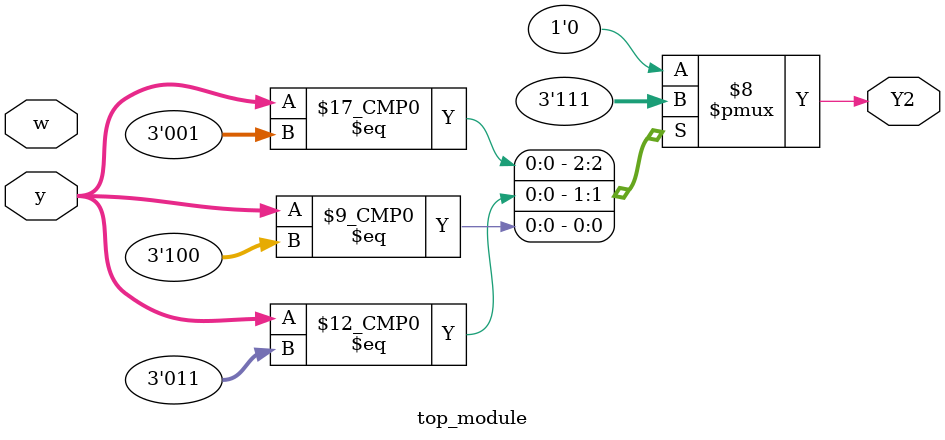
<source format=sv>
module top_module(
	input [3:1] y,
	input w,
	output reg Y2);
	
	always @(y or w)
	begin
		case(y)
			3'b000: if(w) Y2 <= 0; else Y2 <= 0;
			3'b001: if(w) Y2 <= 1; else Y2 <= 1;
			3'b010: if(w) Y2 <= 0; else Y2 <= 0;
			3'b011: if(w) Y2 <= 1; else Y2 <= 1;
			3'b100: if(w) Y2 <= 1; else Y2 <= 1;
			3'b101: if(w) Y2 <= 0; else Y2 <= 0;
			default: Y2 <= 0;
		endcase
	end
endmodule

</source>
